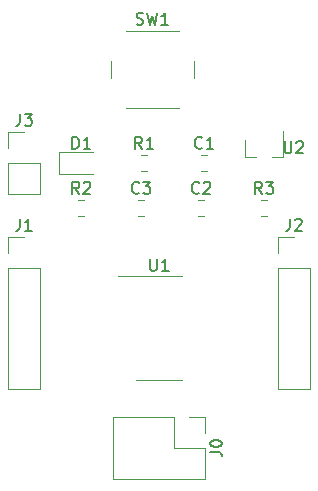
<source format=gbr>
%TF.GenerationSoftware,KiCad,Pcbnew,(5.1.6-0-10_14)*%
%TF.CreationDate,2020-10-01T20:29:49+09:00*%
%TF.ProjectId,hawk,6861776b-2e6b-4696-9361-645f70636258,rev?*%
%TF.SameCoordinates,Original*%
%TF.FileFunction,Legend,Top*%
%TF.FilePolarity,Positive*%
%FSLAX46Y46*%
G04 Gerber Fmt 4.6, Leading zero omitted, Abs format (unit mm)*
G04 Created by KiCad (PCBNEW (5.1.6-0-10_14)) date 2020-10-01 20:29:49*
%MOMM*%
%LPD*%
G01*
G04 APERTURE LIST*
%ADD10C,0.120000*%
%ADD11C,0.150000*%
G04 APERTURE END LIST*
D10*
%TO.C,U2*%
X122880000Y-98550000D02*
X123810000Y-98550000D01*
X126040000Y-98550000D02*
X125110000Y-98550000D01*
X126040000Y-98550000D02*
X126040000Y-96390000D01*
X122880000Y-98550000D02*
X122880000Y-97090000D01*
%TO.C,U1*%
X115570000Y-117465000D02*
X117520000Y-117465000D01*
X115570000Y-117465000D02*
X113620000Y-117465000D01*
X115570000Y-108595000D02*
X117520000Y-108595000D01*
X115570000Y-108595000D02*
X112120000Y-108595000D01*
%TO.C,SW1*%
X112760000Y-94400000D02*
X117260000Y-94400000D01*
X111510000Y-90400000D02*
X111510000Y-91900000D01*
X117260000Y-87900000D02*
X112760000Y-87900000D01*
X118510000Y-91900000D02*
X118510000Y-90400000D01*
%TO.C,R3*%
X124198748Y-102160000D02*
X124721252Y-102160000D01*
X124198748Y-103580000D02*
X124721252Y-103580000D01*
%TO.C,R2*%
X108713748Y-102160000D02*
X109236252Y-102160000D01*
X108713748Y-103580000D02*
X109236252Y-103580000D01*
%TO.C,R1*%
X114038748Y-98350000D02*
X114561252Y-98350000D01*
X114038748Y-99770000D02*
X114561252Y-99770000D01*
%TO.C,J3*%
X102810000Y-101660000D02*
X105470000Y-101660000D01*
X102810000Y-99060000D02*
X102810000Y-101660000D01*
X105470000Y-99060000D02*
X105470000Y-101660000D01*
X102810000Y-99060000D02*
X105470000Y-99060000D01*
X102810000Y-97790000D02*
X102810000Y-96460000D01*
X102810000Y-96460000D02*
X104140000Y-96460000D01*
%TO.C,J2*%
X125670000Y-118170000D02*
X128330000Y-118170000D01*
X125670000Y-107950000D02*
X125670000Y-118170000D01*
X128330000Y-107950000D02*
X128330000Y-118170000D01*
X125670000Y-107950000D02*
X128330000Y-107950000D01*
X125670000Y-106680000D02*
X125670000Y-105350000D01*
X125670000Y-105350000D02*
X127000000Y-105350000D01*
%TO.C,J1*%
X102810000Y-118170000D02*
X105470000Y-118170000D01*
X102810000Y-107950000D02*
X102810000Y-118170000D01*
X105470000Y-107950000D02*
X105470000Y-118170000D01*
X102810000Y-107950000D02*
X105470000Y-107950000D01*
X102810000Y-106680000D02*
X102810000Y-105350000D01*
X102810000Y-105350000D02*
X104140000Y-105350000D01*
%TO.C,J0*%
X111700000Y-120590000D02*
X111700000Y-125790000D01*
X116840000Y-120590000D02*
X111700000Y-120590000D01*
X119440000Y-125790000D02*
X111700000Y-125790000D01*
X116840000Y-120590000D02*
X116840000Y-123190000D01*
X116840000Y-123190000D02*
X119440000Y-123190000D01*
X119440000Y-123190000D02*
X119440000Y-125790000D01*
X118110000Y-120590000D02*
X119440000Y-120590000D01*
X119440000Y-120590000D02*
X119440000Y-121920000D01*
%TO.C,D1*%
X109975000Y-98100000D02*
X107115000Y-98100000D01*
X107115000Y-98100000D02*
X107115000Y-100020000D01*
X107115000Y-100020000D02*
X109975000Y-100020000D01*
%TO.C,C3*%
X113793748Y-102160000D02*
X114316252Y-102160000D01*
X113793748Y-103580000D02*
X114316252Y-103580000D01*
%TO.C,C2*%
X118873748Y-102160000D02*
X119396252Y-102160000D01*
X118873748Y-103580000D02*
X119396252Y-103580000D01*
%TO.C,C1*%
X119118748Y-98350000D02*
X119641252Y-98350000D01*
X119118748Y-99770000D02*
X119641252Y-99770000D01*
%TO.C,U2*%
D11*
X126198095Y-97242380D02*
X126198095Y-98051904D01*
X126245714Y-98147142D01*
X126293333Y-98194761D01*
X126388571Y-98242380D01*
X126579047Y-98242380D01*
X126674285Y-98194761D01*
X126721904Y-98147142D01*
X126769523Y-98051904D01*
X126769523Y-97242380D01*
X127198095Y-97337619D02*
X127245714Y-97290000D01*
X127340952Y-97242380D01*
X127579047Y-97242380D01*
X127674285Y-97290000D01*
X127721904Y-97337619D01*
X127769523Y-97432857D01*
X127769523Y-97528095D01*
X127721904Y-97670952D01*
X127150476Y-98242380D01*
X127769523Y-98242380D01*
%TO.C,U1*%
X114808095Y-107202380D02*
X114808095Y-108011904D01*
X114855714Y-108107142D01*
X114903333Y-108154761D01*
X114998571Y-108202380D01*
X115189047Y-108202380D01*
X115284285Y-108154761D01*
X115331904Y-108107142D01*
X115379523Y-108011904D01*
X115379523Y-107202380D01*
X116379523Y-108202380D02*
X115808095Y-108202380D01*
X116093809Y-108202380D02*
X116093809Y-107202380D01*
X115998571Y-107345238D01*
X115903333Y-107440476D01*
X115808095Y-107488095D01*
%TO.C,SW1*%
X113676666Y-87304761D02*
X113819523Y-87352380D01*
X114057619Y-87352380D01*
X114152857Y-87304761D01*
X114200476Y-87257142D01*
X114248095Y-87161904D01*
X114248095Y-87066666D01*
X114200476Y-86971428D01*
X114152857Y-86923809D01*
X114057619Y-86876190D01*
X113867142Y-86828571D01*
X113771904Y-86780952D01*
X113724285Y-86733333D01*
X113676666Y-86638095D01*
X113676666Y-86542857D01*
X113724285Y-86447619D01*
X113771904Y-86400000D01*
X113867142Y-86352380D01*
X114105238Y-86352380D01*
X114248095Y-86400000D01*
X114581428Y-86352380D02*
X114819523Y-87352380D01*
X115010000Y-86638095D01*
X115200476Y-87352380D01*
X115438571Y-86352380D01*
X116343333Y-87352380D02*
X115771904Y-87352380D01*
X116057619Y-87352380D02*
X116057619Y-86352380D01*
X115962380Y-86495238D01*
X115867142Y-86590476D01*
X115771904Y-86638095D01*
%TO.C,R3*%
X124293333Y-101672380D02*
X123960000Y-101196190D01*
X123721904Y-101672380D02*
X123721904Y-100672380D01*
X124102857Y-100672380D01*
X124198095Y-100720000D01*
X124245714Y-100767619D01*
X124293333Y-100862857D01*
X124293333Y-101005714D01*
X124245714Y-101100952D01*
X124198095Y-101148571D01*
X124102857Y-101196190D01*
X123721904Y-101196190D01*
X124626666Y-100672380D02*
X125245714Y-100672380D01*
X124912380Y-101053333D01*
X125055238Y-101053333D01*
X125150476Y-101100952D01*
X125198095Y-101148571D01*
X125245714Y-101243809D01*
X125245714Y-101481904D01*
X125198095Y-101577142D01*
X125150476Y-101624761D01*
X125055238Y-101672380D01*
X124769523Y-101672380D01*
X124674285Y-101624761D01*
X124626666Y-101577142D01*
%TO.C,R2*%
X108808333Y-101672380D02*
X108475000Y-101196190D01*
X108236904Y-101672380D02*
X108236904Y-100672380D01*
X108617857Y-100672380D01*
X108713095Y-100720000D01*
X108760714Y-100767619D01*
X108808333Y-100862857D01*
X108808333Y-101005714D01*
X108760714Y-101100952D01*
X108713095Y-101148571D01*
X108617857Y-101196190D01*
X108236904Y-101196190D01*
X109189285Y-100767619D02*
X109236904Y-100720000D01*
X109332142Y-100672380D01*
X109570238Y-100672380D01*
X109665476Y-100720000D01*
X109713095Y-100767619D01*
X109760714Y-100862857D01*
X109760714Y-100958095D01*
X109713095Y-101100952D01*
X109141666Y-101672380D01*
X109760714Y-101672380D01*
%TO.C,R1*%
X114133333Y-97862380D02*
X113800000Y-97386190D01*
X113561904Y-97862380D02*
X113561904Y-96862380D01*
X113942857Y-96862380D01*
X114038095Y-96910000D01*
X114085714Y-96957619D01*
X114133333Y-97052857D01*
X114133333Y-97195714D01*
X114085714Y-97290952D01*
X114038095Y-97338571D01*
X113942857Y-97386190D01*
X113561904Y-97386190D01*
X115085714Y-97862380D02*
X114514285Y-97862380D01*
X114800000Y-97862380D02*
X114800000Y-96862380D01*
X114704761Y-97005238D01*
X114609523Y-97100476D01*
X114514285Y-97148095D01*
%TO.C,J3*%
X103806666Y-94912380D02*
X103806666Y-95626666D01*
X103759047Y-95769523D01*
X103663809Y-95864761D01*
X103520952Y-95912380D01*
X103425714Y-95912380D01*
X104187619Y-94912380D02*
X104806666Y-94912380D01*
X104473333Y-95293333D01*
X104616190Y-95293333D01*
X104711428Y-95340952D01*
X104759047Y-95388571D01*
X104806666Y-95483809D01*
X104806666Y-95721904D01*
X104759047Y-95817142D01*
X104711428Y-95864761D01*
X104616190Y-95912380D01*
X104330476Y-95912380D01*
X104235238Y-95864761D01*
X104187619Y-95817142D01*
%TO.C,J2*%
X126666666Y-103802380D02*
X126666666Y-104516666D01*
X126619047Y-104659523D01*
X126523809Y-104754761D01*
X126380952Y-104802380D01*
X126285714Y-104802380D01*
X127095238Y-103897619D02*
X127142857Y-103850000D01*
X127238095Y-103802380D01*
X127476190Y-103802380D01*
X127571428Y-103850000D01*
X127619047Y-103897619D01*
X127666666Y-103992857D01*
X127666666Y-104088095D01*
X127619047Y-104230952D01*
X127047619Y-104802380D01*
X127666666Y-104802380D01*
%TO.C,J1*%
X103806666Y-103802380D02*
X103806666Y-104516666D01*
X103759047Y-104659523D01*
X103663809Y-104754761D01*
X103520952Y-104802380D01*
X103425714Y-104802380D01*
X104806666Y-104802380D02*
X104235238Y-104802380D01*
X104520952Y-104802380D02*
X104520952Y-103802380D01*
X104425714Y-103945238D01*
X104330476Y-104040476D01*
X104235238Y-104088095D01*
%TO.C,J0*%
X119892380Y-123523333D02*
X120606666Y-123523333D01*
X120749523Y-123570952D01*
X120844761Y-123666190D01*
X120892380Y-123809047D01*
X120892380Y-123904285D01*
X119892380Y-122856666D02*
X119892380Y-122761428D01*
X119940000Y-122666190D01*
X119987619Y-122618571D01*
X120082857Y-122570952D01*
X120273333Y-122523333D01*
X120511428Y-122523333D01*
X120701904Y-122570952D01*
X120797142Y-122618571D01*
X120844761Y-122666190D01*
X120892380Y-122761428D01*
X120892380Y-122856666D01*
X120844761Y-122951904D01*
X120797142Y-122999523D01*
X120701904Y-123047142D01*
X120511428Y-123094761D01*
X120273333Y-123094761D01*
X120082857Y-123047142D01*
X119987619Y-122999523D01*
X119940000Y-122951904D01*
X119892380Y-122856666D01*
%TO.C,D1*%
X108236904Y-97862380D02*
X108236904Y-96862380D01*
X108475000Y-96862380D01*
X108617857Y-96910000D01*
X108713095Y-97005238D01*
X108760714Y-97100476D01*
X108808333Y-97290952D01*
X108808333Y-97433809D01*
X108760714Y-97624285D01*
X108713095Y-97719523D01*
X108617857Y-97814761D01*
X108475000Y-97862380D01*
X108236904Y-97862380D01*
X109760714Y-97862380D02*
X109189285Y-97862380D01*
X109475000Y-97862380D02*
X109475000Y-96862380D01*
X109379761Y-97005238D01*
X109284523Y-97100476D01*
X109189285Y-97148095D01*
%TO.C,C3*%
X113888333Y-101577142D02*
X113840714Y-101624761D01*
X113697857Y-101672380D01*
X113602619Y-101672380D01*
X113459761Y-101624761D01*
X113364523Y-101529523D01*
X113316904Y-101434285D01*
X113269285Y-101243809D01*
X113269285Y-101100952D01*
X113316904Y-100910476D01*
X113364523Y-100815238D01*
X113459761Y-100720000D01*
X113602619Y-100672380D01*
X113697857Y-100672380D01*
X113840714Y-100720000D01*
X113888333Y-100767619D01*
X114221666Y-100672380D02*
X114840714Y-100672380D01*
X114507380Y-101053333D01*
X114650238Y-101053333D01*
X114745476Y-101100952D01*
X114793095Y-101148571D01*
X114840714Y-101243809D01*
X114840714Y-101481904D01*
X114793095Y-101577142D01*
X114745476Y-101624761D01*
X114650238Y-101672380D01*
X114364523Y-101672380D01*
X114269285Y-101624761D01*
X114221666Y-101577142D01*
%TO.C,C2*%
X118968333Y-101577142D02*
X118920714Y-101624761D01*
X118777857Y-101672380D01*
X118682619Y-101672380D01*
X118539761Y-101624761D01*
X118444523Y-101529523D01*
X118396904Y-101434285D01*
X118349285Y-101243809D01*
X118349285Y-101100952D01*
X118396904Y-100910476D01*
X118444523Y-100815238D01*
X118539761Y-100720000D01*
X118682619Y-100672380D01*
X118777857Y-100672380D01*
X118920714Y-100720000D01*
X118968333Y-100767619D01*
X119349285Y-100767619D02*
X119396904Y-100720000D01*
X119492142Y-100672380D01*
X119730238Y-100672380D01*
X119825476Y-100720000D01*
X119873095Y-100767619D01*
X119920714Y-100862857D01*
X119920714Y-100958095D01*
X119873095Y-101100952D01*
X119301666Y-101672380D01*
X119920714Y-101672380D01*
%TO.C,C1*%
X119213333Y-97767142D02*
X119165714Y-97814761D01*
X119022857Y-97862380D01*
X118927619Y-97862380D01*
X118784761Y-97814761D01*
X118689523Y-97719523D01*
X118641904Y-97624285D01*
X118594285Y-97433809D01*
X118594285Y-97290952D01*
X118641904Y-97100476D01*
X118689523Y-97005238D01*
X118784761Y-96910000D01*
X118927619Y-96862380D01*
X119022857Y-96862380D01*
X119165714Y-96910000D01*
X119213333Y-96957619D01*
X120165714Y-97862380D02*
X119594285Y-97862380D01*
X119880000Y-97862380D02*
X119880000Y-96862380D01*
X119784761Y-97005238D01*
X119689523Y-97100476D01*
X119594285Y-97148095D01*
%TD*%
M02*

</source>
